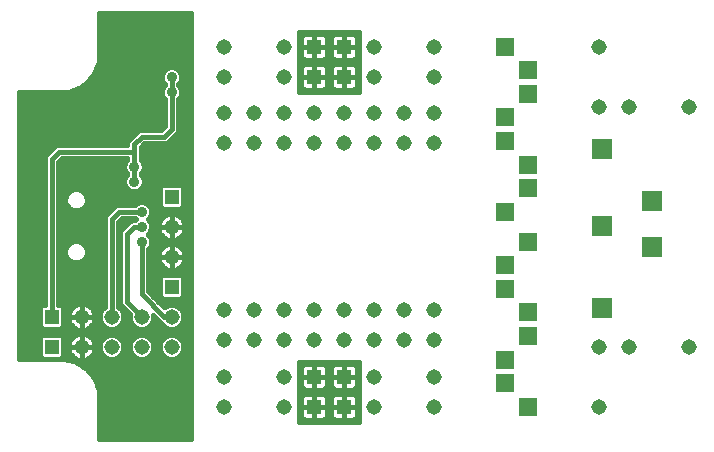
<source format=gbl>
G75*
G70*
%OFA0B0*%
%FSLAX24Y24*%
%IPPOS*%
%LPD*%
%AMOC8*
5,1,8,0,0,1.08239X$1,22.5*
%
%ADD10R,0.0515X0.0515*%
%ADD11C,0.0515*%
%ADD12R,0.0591X0.0591*%
%ADD13R,0.0669X0.0669*%
%ADD14C,0.0160*%
%ADD15C,0.0356*%
D10*
X005644Y006667D03*
X005644Y007667D03*
X009644Y008667D03*
X009644Y011667D03*
X014394Y015667D03*
X015394Y015667D03*
X015394Y016667D03*
X014394Y016667D03*
X014394Y005667D03*
X015394Y005667D03*
X015394Y004667D03*
X014394Y004667D03*
D11*
X013394Y004667D03*
X013394Y005667D03*
X013394Y006879D03*
X012394Y006879D03*
X011394Y006879D03*
X011394Y007879D03*
X012394Y007879D03*
X013394Y007879D03*
X014394Y007879D03*
X015394Y007879D03*
X016394Y007879D03*
X017394Y007879D03*
X018394Y007879D03*
X018394Y006879D03*
X017394Y006879D03*
X016394Y006879D03*
X015394Y006879D03*
X014394Y006879D03*
X016394Y005667D03*
X016394Y004667D03*
X018394Y004667D03*
X018394Y005667D03*
X023894Y006667D03*
X024894Y006667D03*
X026894Y006667D03*
X023894Y004667D03*
X011394Y004667D03*
X011394Y005667D03*
X009644Y006667D03*
X008644Y006667D03*
X007644Y006667D03*
X007644Y007667D03*
X008644Y007667D03*
X009644Y007667D03*
X009644Y009667D03*
X009644Y010667D03*
X011394Y013454D03*
X012394Y013454D03*
X013394Y013454D03*
X014394Y013454D03*
X015394Y013454D03*
X016394Y013454D03*
X017394Y013454D03*
X018394Y013454D03*
X018394Y014454D03*
X017394Y014454D03*
X016394Y014454D03*
X015394Y014454D03*
X014394Y014454D03*
X013394Y014454D03*
X012394Y014454D03*
X011394Y014454D03*
X011394Y015667D03*
X011394Y016667D03*
X013394Y016667D03*
X013394Y015667D03*
X016394Y015667D03*
X016394Y016667D03*
X018394Y016667D03*
X018394Y015667D03*
X023894Y016667D03*
X023894Y014667D03*
X024894Y014667D03*
X026894Y014667D03*
X006644Y007667D03*
X006644Y006667D03*
D12*
X020751Y006236D03*
X020751Y005448D03*
X021538Y004661D03*
X021538Y007023D03*
X021538Y007810D03*
X020751Y008598D03*
X020751Y009385D03*
X021538Y010173D03*
X020751Y011161D03*
X021538Y011948D03*
X021538Y012736D03*
X020751Y013523D03*
X020751Y014310D03*
X021538Y015098D03*
X021538Y015885D03*
X020751Y016673D03*
D13*
X023981Y013259D03*
X025654Y011526D03*
X023981Y010700D03*
X025654Y009981D03*
X023981Y007944D03*
D14*
X007230Y004962D02*
X007230Y003597D01*
X010300Y003597D01*
X010300Y017804D01*
X007230Y017804D01*
X007230Y016439D01*
X007232Y016436D01*
X007230Y016406D01*
X007230Y016376D01*
X007228Y016373D01*
X007220Y016262D01*
X007223Y016256D01*
X007218Y016229D01*
X007216Y016202D01*
X007211Y016198D01*
X007186Y016085D01*
X007189Y016079D01*
X007179Y016053D01*
X007174Y016027D01*
X007168Y016023D01*
X007128Y015915D01*
X007130Y015909D01*
X007116Y015885D01*
X007107Y015859D01*
X007101Y015856D01*
X007046Y015755D01*
X007047Y015749D01*
X007030Y015727D01*
X007017Y015703D01*
X007011Y015701D01*
X006942Y015609D01*
X006942Y015602D01*
X006922Y015583D01*
X006906Y015561D01*
X006899Y015560D01*
X006818Y015479D01*
X006817Y015472D01*
X006795Y015455D01*
X006776Y015436D01*
X006769Y015436D01*
X006677Y015367D01*
X006675Y015361D01*
X006651Y015348D01*
X006629Y015331D01*
X006623Y015332D01*
X006521Y015277D01*
X006519Y015271D01*
X006493Y015262D01*
X006469Y015248D01*
X006463Y015250D01*
X006355Y015210D01*
X006351Y015204D01*
X006324Y015199D01*
X006299Y015189D01*
X006293Y015192D01*
X006180Y015167D01*
X006176Y015162D01*
X006148Y015160D01*
X006122Y015155D01*
X006116Y015158D01*
X006005Y015150D01*
X006002Y015148D01*
X005972Y015148D01*
X005942Y015146D01*
X005939Y015148D01*
X004574Y015148D01*
X004574Y006253D01*
X005939Y006253D01*
X005942Y006255D01*
X005972Y006253D01*
X006002Y006253D01*
X006005Y006250D01*
X006116Y006242D01*
X006122Y006246D01*
X006149Y006240D01*
X006176Y006238D01*
X006180Y006233D01*
X006293Y006209D01*
X006299Y006211D01*
X006324Y006202D01*
X006351Y006196D01*
X006355Y006190D01*
X006463Y006150D01*
X006469Y006152D01*
X006493Y006139D01*
X006519Y006129D01*
X006521Y006123D01*
X006623Y006068D01*
X006629Y006069D01*
X006651Y006053D01*
X006675Y006039D01*
X006677Y006033D01*
X006769Y005964D01*
X006776Y005964D01*
X006795Y005945D01*
X006817Y005928D01*
X006818Y005922D01*
X006899Y005840D01*
X006906Y005839D01*
X006922Y005817D01*
X006942Y005798D01*
X006942Y005792D01*
X007011Y005699D01*
X007017Y005697D01*
X007030Y005673D01*
X007047Y005651D01*
X007046Y005645D01*
X007101Y005544D01*
X007107Y005541D01*
X007116Y005515D01*
X007130Y005491D01*
X007128Y005485D01*
X007168Y005377D01*
X007174Y005374D01*
X007179Y005347D01*
X007189Y005321D01*
X007186Y005315D01*
X007211Y005203D01*
X007216Y005198D01*
X007218Y005171D01*
X007223Y005144D01*
X007220Y005139D01*
X007228Y005027D01*
X007230Y005025D01*
X007230Y004994D01*
X007232Y004964D01*
X007230Y004962D01*
X007230Y005002D02*
X010300Y005002D01*
X010300Y004844D02*
X007230Y004844D01*
X007230Y004685D02*
X010300Y004685D01*
X010300Y004526D02*
X007230Y004526D01*
X007230Y004368D02*
X010300Y004368D01*
X010300Y004209D02*
X007230Y004209D01*
X007230Y004051D02*
X010300Y004051D01*
X010300Y003892D02*
X007230Y003892D01*
X007230Y003734D02*
X010300Y003734D01*
X010300Y005161D02*
X007220Y005161D01*
X007188Y005319D02*
X010300Y005319D01*
X010300Y005478D02*
X007130Y005478D01*
X007050Y005636D02*
X010300Y005636D01*
X010300Y005795D02*
X006942Y005795D01*
X006786Y005953D02*
X010300Y005953D01*
X010300Y006112D02*
X006542Y006112D01*
X006542Y006240D02*
X006610Y006229D01*
X006644Y006229D01*
X006644Y006666D01*
X006644Y006666D01*
X006207Y006666D01*
X006207Y006632D01*
X006218Y006564D01*
X006239Y006499D01*
X006270Y006437D01*
X006311Y006382D01*
X006359Y006333D01*
X006415Y006293D01*
X006476Y006261D01*
X006542Y006240D01*
X006458Y006270D02*
X005961Y006270D01*
X005960Y006269D02*
X006042Y006351D01*
X006042Y006982D01*
X005960Y007064D01*
X005329Y007064D01*
X005247Y006982D01*
X005247Y006351D01*
X005329Y006269D01*
X005960Y006269D01*
X006042Y006429D02*
X006276Y006429D01*
X006214Y006588D02*
X006042Y006588D01*
X006042Y006746D02*
X006214Y006746D01*
X006218Y006769D02*
X006207Y006701D01*
X006207Y006667D01*
X006644Y006667D01*
X006644Y007104D01*
X006610Y007104D01*
X006542Y007093D01*
X006476Y007072D01*
X006415Y007041D01*
X006359Y007000D01*
X006311Y006952D01*
X006270Y006896D01*
X006239Y006835D01*
X006218Y006769D01*
X006276Y006905D02*
X006042Y006905D01*
X005961Y007063D02*
X006459Y007063D01*
X006644Y007063D02*
X006644Y007063D01*
X006644Y007104D02*
X006644Y006667D01*
X006644Y006667D01*
X006644Y006666D01*
X006644Y006229D01*
X006679Y006229D01*
X006747Y006240D01*
X006812Y006261D01*
X006874Y006293D01*
X006929Y006333D01*
X006978Y006382D01*
X007018Y006437D01*
X007050Y006499D01*
X007071Y006564D01*
X007082Y006632D01*
X007082Y006666D01*
X006645Y006666D01*
X006645Y006667D01*
X007082Y006667D01*
X007082Y006701D01*
X007071Y006769D01*
X007050Y006835D01*
X007018Y006896D01*
X006978Y006952D01*
X006929Y007000D01*
X006874Y007041D01*
X006812Y007072D01*
X006747Y007093D01*
X006679Y007104D01*
X006644Y007104D01*
X006644Y007229D02*
X006679Y007229D01*
X006747Y007240D01*
X006812Y007261D01*
X006874Y007293D01*
X006929Y007333D01*
X006978Y007382D01*
X007018Y007437D01*
X007050Y007499D01*
X007071Y007564D01*
X007082Y007632D01*
X007082Y007666D01*
X006645Y007666D01*
X006645Y007667D01*
X007082Y007667D01*
X007082Y007701D01*
X007071Y007769D01*
X007050Y007835D01*
X007018Y007896D01*
X006978Y007952D01*
X006929Y008000D01*
X006874Y008041D01*
X006812Y008072D01*
X006747Y008093D01*
X006679Y008104D01*
X006644Y008104D01*
X006610Y008104D01*
X006542Y008093D01*
X006476Y008072D01*
X006415Y008041D01*
X006359Y008000D01*
X006311Y007952D01*
X006270Y007896D01*
X006239Y007835D01*
X006218Y007769D01*
X006207Y007701D01*
X006207Y007667D01*
X006644Y007667D01*
X006644Y008104D01*
X006644Y007667D01*
X006644Y007667D01*
X006644Y007666D01*
X006644Y007666D01*
X006644Y007229D01*
X006610Y007229D01*
X006542Y007240D01*
X006476Y007261D01*
X006415Y007293D01*
X006359Y007333D01*
X006311Y007382D01*
X006270Y007437D01*
X006239Y007499D01*
X006218Y007564D01*
X006207Y007632D01*
X006207Y007666D01*
X006644Y007666D01*
X006644Y007229D01*
X006644Y007380D02*
X006644Y007380D01*
X006644Y007539D02*
X006644Y007539D01*
X006644Y007697D02*
X006644Y007697D01*
X006644Y007856D02*
X006644Y007856D01*
X006644Y008014D02*
X006644Y008014D01*
X006379Y008014D02*
X006009Y008014D01*
X006042Y007982D02*
X005960Y008064D01*
X005864Y008064D01*
X005864Y012826D01*
X005985Y012947D01*
X008174Y012947D01*
X008174Y012897D01*
X008125Y012847D01*
X008076Y012730D01*
X008076Y012603D01*
X008125Y012486D01*
X008174Y012437D01*
X008174Y012397D01*
X008125Y012347D01*
X008076Y012230D01*
X008076Y012103D01*
X008125Y011986D01*
X008214Y011897D01*
X008331Y011849D01*
X008458Y011849D01*
X008574Y011897D01*
X008664Y011986D01*
X008712Y012103D01*
X008712Y012230D01*
X008664Y012347D01*
X008614Y012397D01*
X008614Y012437D01*
X008664Y012486D01*
X008712Y012603D01*
X008712Y012730D01*
X008664Y012847D01*
X008614Y012897D01*
X008614Y013076D01*
X008614Y013326D01*
X008735Y013447D01*
X009303Y013447D01*
X009485Y013447D01*
X009735Y013697D01*
X009864Y013826D01*
X009864Y014937D01*
X009914Y014986D01*
X009962Y015103D01*
X009962Y015230D01*
X009914Y015347D01*
X009864Y015397D01*
X009864Y015437D01*
X009914Y015486D01*
X009962Y015603D01*
X009962Y015730D01*
X009914Y015847D01*
X009824Y015936D01*
X009708Y015985D01*
X009581Y015985D01*
X009464Y015936D01*
X009375Y015847D01*
X009326Y015730D01*
X009326Y015603D01*
X009375Y015486D01*
X009424Y015437D01*
X009424Y015397D01*
X009375Y015347D01*
X009326Y015230D01*
X009326Y015103D01*
X009375Y014986D01*
X009424Y014937D01*
X009424Y014008D01*
X009303Y013887D01*
X008553Y013887D01*
X008424Y013758D01*
X008424Y013758D01*
X008303Y013637D01*
X008174Y013508D01*
X008174Y013387D01*
X005803Y013387D01*
X005674Y013258D01*
X005424Y013008D01*
X005424Y012826D01*
X005424Y008064D01*
X005329Y008064D01*
X005247Y007982D01*
X005247Y007351D01*
X005329Y007269D01*
X005960Y007269D01*
X006042Y007351D01*
X006042Y007982D01*
X006042Y007856D02*
X006250Y007856D01*
X006207Y007697D02*
X006042Y007697D01*
X006042Y007539D02*
X006226Y007539D01*
X006312Y007380D02*
X006042Y007380D01*
X005644Y007667D02*
X005644Y012917D01*
X005894Y013167D01*
X008394Y013167D01*
X008394Y013417D01*
X008644Y013667D01*
X009394Y013667D01*
X009644Y013917D01*
X009644Y015167D01*
X009644Y015667D01*
X009348Y015783D02*
X007061Y015783D01*
X007138Y015942D02*
X009477Y015942D01*
X009326Y015625D02*
X006954Y015625D01*
X006809Y015466D02*
X009395Y015466D01*
X009358Y015307D02*
X006577Y015307D01*
X006003Y015149D02*
X009326Y015149D01*
X009373Y014990D02*
X004574Y014990D01*
X004574Y014832D02*
X009424Y014832D01*
X009424Y014673D02*
X004574Y014673D01*
X004574Y014515D02*
X009424Y014515D01*
X009424Y014356D02*
X004574Y014356D01*
X004574Y014198D02*
X009424Y014198D01*
X009424Y014039D02*
X004574Y014039D01*
X004574Y013881D02*
X008547Y013881D01*
X008389Y013722D02*
X004574Y013722D01*
X004574Y013563D02*
X008230Y013563D01*
X008303Y013637D02*
X008303Y013637D01*
X008174Y013405D02*
X004574Y013405D01*
X004574Y013246D02*
X005663Y013246D01*
X005504Y013088D02*
X004574Y013088D01*
X004574Y012929D02*
X005424Y012929D01*
X005424Y012771D02*
X004574Y012771D01*
X004574Y012612D02*
X005424Y012612D01*
X005424Y012454D02*
X004574Y012454D01*
X004574Y012295D02*
X005424Y012295D01*
X005424Y012137D02*
X004574Y012137D01*
X004574Y011978D02*
X005424Y011978D01*
X005424Y011819D02*
X004574Y011819D01*
X004574Y011661D02*
X005424Y011661D01*
X005424Y011502D02*
X004574Y011502D01*
X004574Y011344D02*
X005424Y011344D01*
X005424Y011185D02*
X004574Y011185D01*
X004574Y011027D02*
X005424Y011027D01*
X005424Y010868D02*
X004574Y010868D01*
X004574Y010710D02*
X005424Y010710D01*
X005424Y010551D02*
X004574Y010551D01*
X004574Y010393D02*
X005424Y010393D01*
X005424Y010234D02*
X004574Y010234D01*
X004574Y010076D02*
X005424Y010076D01*
X005424Y009917D02*
X004574Y009917D01*
X004574Y009758D02*
X005424Y009758D01*
X005424Y009600D02*
X004574Y009600D01*
X004574Y009441D02*
X005424Y009441D01*
X005424Y009283D02*
X004574Y009283D01*
X004574Y009124D02*
X005424Y009124D01*
X005424Y008966D02*
X004574Y008966D01*
X004574Y008807D02*
X005424Y008807D01*
X005424Y008649D02*
X004574Y008649D01*
X004574Y008490D02*
X005424Y008490D01*
X005424Y008332D02*
X004574Y008332D01*
X004574Y008173D02*
X005424Y008173D01*
X005279Y008014D02*
X004574Y008014D01*
X004574Y007856D02*
X005247Y007856D01*
X005247Y007697D02*
X004574Y007697D01*
X004574Y007539D02*
X005247Y007539D01*
X005247Y007380D02*
X004574Y007380D01*
X004574Y007222D02*
X010300Y007222D01*
X010300Y007380D02*
X009920Y007380D01*
X009869Y007330D02*
X009981Y007442D01*
X010042Y007588D01*
X010042Y007746D01*
X009981Y007892D01*
X009869Y008004D01*
X009723Y008064D01*
X009565Y008064D01*
X009419Y008004D01*
X009394Y007978D01*
X008864Y008508D01*
X008864Y009937D01*
X008914Y009986D01*
X008962Y010103D01*
X008962Y010230D01*
X008914Y010347D01*
X008844Y010417D01*
X008914Y010486D01*
X008962Y010603D01*
X008962Y010730D01*
X008914Y010847D01*
X008844Y010917D01*
X008914Y010986D01*
X008962Y011103D01*
X008962Y011230D01*
X008914Y011347D01*
X008824Y011436D01*
X008708Y011485D01*
X008581Y011485D01*
X008464Y011436D01*
X008414Y011387D01*
X007803Y011387D01*
X007674Y011258D01*
X007424Y011008D01*
X007424Y010826D01*
X007424Y008006D01*
X007419Y008004D01*
X007307Y007892D01*
X007247Y007746D01*
X007247Y007588D01*
X007307Y007442D01*
X007419Y007330D01*
X007565Y007269D01*
X007723Y007269D01*
X007869Y007330D01*
X007981Y007442D01*
X008042Y007588D01*
X008042Y007746D01*
X007981Y007892D01*
X007869Y008004D01*
X007864Y008006D01*
X007864Y010826D01*
X007985Y010947D01*
X008414Y010947D01*
X008444Y010917D01*
X008414Y010887D01*
X008303Y010887D01*
X008174Y010758D01*
X007924Y010508D01*
X007924Y010326D01*
X007924Y008076D01*
X008053Y007947D01*
X008249Y007751D01*
X008247Y007746D01*
X008247Y007588D01*
X008307Y007442D01*
X008419Y007330D01*
X008565Y007269D01*
X008723Y007269D01*
X008869Y007330D01*
X008981Y007442D01*
X009042Y007588D01*
X009042Y007708D01*
X009174Y007576D01*
X009303Y007447D01*
X009305Y007447D01*
X009307Y007442D01*
X009419Y007330D01*
X009565Y007269D01*
X009723Y007269D01*
X009869Y007330D01*
X010022Y007539D02*
X010300Y007539D01*
X010300Y007697D02*
X010042Y007697D01*
X009996Y007856D02*
X010300Y007856D01*
X010300Y008014D02*
X009843Y008014D01*
X009960Y008269D02*
X010042Y008351D01*
X010042Y008982D01*
X009960Y009064D01*
X009329Y009064D01*
X009247Y008982D01*
X009247Y008351D01*
X009329Y008269D01*
X009960Y008269D01*
X010022Y008332D02*
X010300Y008332D01*
X010300Y008490D02*
X010042Y008490D01*
X010042Y008649D02*
X010300Y008649D01*
X010300Y008807D02*
X010042Y008807D01*
X010042Y008966D02*
X010300Y008966D01*
X010300Y009124D02*
X008864Y009124D01*
X008864Y008966D02*
X009247Y008966D01*
X009247Y008807D02*
X008864Y008807D01*
X008864Y008649D02*
X009247Y008649D01*
X009247Y008490D02*
X008882Y008490D01*
X009041Y008332D02*
X009266Y008332D01*
X009199Y008173D02*
X010300Y008173D01*
X009644Y007667D02*
X009394Y007667D01*
X008644Y008417D01*
X008644Y010167D01*
X008868Y010393D02*
X009303Y010393D01*
X009311Y010382D02*
X009359Y010333D01*
X009415Y010293D01*
X009476Y010261D01*
X009542Y010240D01*
X009610Y010229D01*
X009644Y010229D01*
X009644Y010666D01*
X009644Y010666D01*
X009207Y010666D01*
X009207Y010632D01*
X009218Y010564D01*
X009239Y010499D01*
X009270Y010437D01*
X009311Y010382D01*
X009222Y010551D02*
X008941Y010551D01*
X008962Y010710D02*
X009208Y010710D01*
X009207Y010701D02*
X009218Y010769D01*
X009239Y010835D01*
X009270Y010896D01*
X009311Y010952D01*
X009359Y011000D01*
X009415Y011041D01*
X009476Y011072D01*
X009542Y011093D01*
X009610Y011104D01*
X009644Y011104D01*
X009644Y010667D01*
X009644Y010667D01*
X009644Y010666D01*
X009644Y010229D01*
X009679Y010229D01*
X009747Y010240D01*
X009812Y010261D01*
X009874Y010293D01*
X009929Y010333D01*
X009978Y010382D01*
X010018Y010437D01*
X010050Y010499D01*
X010071Y010564D01*
X010082Y010632D01*
X010082Y010666D01*
X009645Y010666D01*
X009645Y010667D01*
X010082Y010667D01*
X010082Y010701D01*
X010071Y010769D01*
X010050Y010835D01*
X010018Y010896D01*
X009978Y010952D01*
X009929Y011000D01*
X009874Y011041D01*
X009812Y011072D01*
X009747Y011093D01*
X009679Y011104D01*
X009644Y011104D01*
X009644Y010667D01*
X009207Y010667D01*
X009207Y010701D01*
X009256Y010868D02*
X008893Y010868D01*
X008931Y011027D02*
X009396Y011027D01*
X009644Y011027D02*
X009644Y011027D01*
X009644Y010868D02*
X009644Y010868D01*
X009644Y010710D02*
X009644Y010710D01*
X009644Y010551D02*
X009644Y010551D01*
X009644Y010393D02*
X009644Y010393D01*
X009644Y010234D02*
X009644Y010234D01*
X009579Y010234D02*
X008961Y010234D01*
X008951Y010076D02*
X009487Y010076D01*
X009476Y010072D02*
X009415Y010041D01*
X009359Y010000D01*
X009311Y009952D01*
X009270Y009896D01*
X009239Y009835D01*
X009218Y009769D01*
X009207Y009701D01*
X009207Y009667D01*
X009644Y009667D01*
X009644Y010104D01*
X009610Y010104D01*
X009542Y010093D01*
X009476Y010072D01*
X009644Y010076D02*
X009644Y010076D01*
X009644Y010104D02*
X009644Y009667D01*
X009644Y009667D01*
X009644Y009666D01*
X009644Y009666D01*
X009644Y009229D01*
X009610Y009229D01*
X009542Y009240D01*
X009476Y009261D01*
X009415Y009293D01*
X009359Y009333D01*
X009311Y009382D01*
X009270Y009437D01*
X009239Y009499D01*
X009218Y009564D01*
X009207Y009632D01*
X009207Y009666D01*
X009644Y009666D01*
X009644Y009229D01*
X009679Y009229D01*
X009747Y009240D01*
X009812Y009261D01*
X009874Y009293D01*
X009929Y009333D01*
X009978Y009382D01*
X010018Y009437D01*
X010050Y009499D01*
X010071Y009564D01*
X010082Y009632D01*
X010082Y009666D01*
X009645Y009666D01*
X009645Y009667D01*
X010082Y009667D01*
X010082Y009701D01*
X010071Y009769D01*
X010050Y009835D01*
X010018Y009896D01*
X009978Y009952D01*
X009929Y010000D01*
X009874Y010041D01*
X009812Y010072D01*
X009747Y010093D01*
X009679Y010104D01*
X009644Y010104D01*
X009709Y010234D02*
X010300Y010234D01*
X010300Y010076D02*
X009802Y010076D01*
X009644Y009917D02*
X009644Y009917D01*
X009644Y009758D02*
X009644Y009758D01*
X009644Y009600D02*
X009644Y009600D01*
X009644Y009441D02*
X009644Y009441D01*
X009644Y009283D02*
X009644Y009283D01*
X009434Y009283D02*
X008864Y009283D01*
X008864Y009441D02*
X009268Y009441D01*
X009212Y009600D02*
X008864Y009600D01*
X008864Y009758D02*
X009216Y009758D01*
X009285Y009917D02*
X008864Y009917D01*
X008644Y010667D02*
X008394Y010667D01*
X008144Y010417D01*
X008144Y008167D01*
X008644Y007667D01*
X008369Y007380D02*
X007920Y007380D01*
X008022Y007539D02*
X008267Y007539D01*
X008247Y007697D02*
X008042Y007697D01*
X007996Y007856D02*
X008144Y007856D01*
X007985Y008014D02*
X007864Y008014D01*
X007864Y008173D02*
X007924Y008173D01*
X007924Y008332D02*
X007864Y008332D01*
X007864Y008490D02*
X007924Y008490D01*
X007924Y008649D02*
X007864Y008649D01*
X007864Y008807D02*
X007924Y008807D01*
X007924Y008966D02*
X007864Y008966D01*
X007864Y009124D02*
X007924Y009124D01*
X007924Y009283D02*
X007864Y009283D01*
X007864Y009441D02*
X007924Y009441D01*
X007924Y009600D02*
X007864Y009600D01*
X007864Y009758D02*
X007924Y009758D01*
X007924Y009917D02*
X007864Y009917D01*
X007864Y010076D02*
X007924Y010076D01*
X007924Y010234D02*
X007864Y010234D01*
X007864Y010393D02*
X007924Y010393D01*
X007968Y010551D02*
X007864Y010551D01*
X007864Y010710D02*
X008126Y010710D01*
X008285Y010868D02*
X007907Y010868D01*
X007644Y010917D02*
X007894Y011167D01*
X008644Y011167D01*
X008962Y011185D02*
X010300Y011185D01*
X010300Y011027D02*
X009893Y011027D01*
X010033Y010868D02*
X010300Y010868D01*
X010300Y010710D02*
X010080Y010710D01*
X010067Y010551D02*
X010300Y010551D01*
X010300Y010393D02*
X009986Y010393D01*
X010003Y009917D02*
X010300Y009917D01*
X010300Y009758D02*
X010073Y009758D01*
X010077Y009600D02*
X010300Y009600D01*
X010300Y009441D02*
X010020Y009441D01*
X009854Y009283D02*
X010300Y009283D01*
X009445Y008014D02*
X009358Y008014D01*
X009053Y007697D02*
X009042Y007697D01*
X009022Y007539D02*
X009211Y007539D01*
X009369Y007380D02*
X008920Y007380D01*
X008726Y007063D02*
X009563Y007063D01*
X009565Y007064D02*
X009419Y007004D01*
X009307Y006892D01*
X009247Y006746D01*
X009042Y006746D01*
X008981Y006892D01*
X008869Y007004D01*
X008723Y007064D01*
X008565Y007064D01*
X008419Y007004D01*
X008307Y006892D01*
X008247Y006746D01*
X008042Y006746D01*
X007981Y006892D01*
X007869Y007004D01*
X007723Y007064D01*
X007565Y007064D01*
X007419Y007004D01*
X007307Y006892D01*
X007247Y006746D01*
X007075Y006746D01*
X007075Y006588D02*
X007247Y006588D01*
X007307Y006442D01*
X007419Y006330D01*
X007565Y006269D01*
X007723Y006269D01*
X007869Y006330D01*
X007981Y006442D01*
X008042Y006588D01*
X008042Y006746D01*
X008042Y006588D02*
X008247Y006588D01*
X008307Y006442D01*
X008419Y006330D01*
X008565Y006269D01*
X008723Y006269D01*
X008869Y006330D01*
X008981Y006442D01*
X009042Y006588D01*
X009042Y006746D01*
X009042Y006588D02*
X009247Y006588D01*
X009307Y006442D01*
X009419Y006330D01*
X009565Y006269D01*
X009723Y006269D01*
X009869Y006330D01*
X009981Y006442D01*
X010042Y006588D01*
X010042Y006746D01*
X009981Y006892D01*
X009869Y007004D01*
X009723Y007064D01*
X009565Y007064D01*
X009726Y007063D02*
X010300Y007063D01*
X010300Y006905D02*
X009968Y006905D01*
X010042Y006746D02*
X010300Y006746D01*
X010300Y006588D02*
X010042Y006588D01*
X009969Y006429D02*
X010300Y006429D01*
X010300Y006270D02*
X009726Y006270D01*
X009562Y006270D02*
X008726Y006270D01*
X008562Y006270D02*
X007726Y006270D01*
X007562Y006270D02*
X006830Y006270D01*
X006644Y006270D02*
X006644Y006270D01*
X006644Y006429D02*
X006644Y006429D01*
X006644Y006588D02*
X006644Y006588D01*
X006644Y006746D02*
X006644Y006746D01*
X006644Y006905D02*
X006644Y006905D01*
X006830Y007063D02*
X007563Y007063D01*
X007726Y007063D02*
X008563Y007063D01*
X008320Y006905D02*
X007968Y006905D01*
X008247Y006746D02*
X008247Y006588D01*
X008320Y006429D02*
X007969Y006429D01*
X007320Y006429D02*
X007012Y006429D01*
X007247Y006588D02*
X007247Y006746D01*
X007320Y006905D02*
X007012Y006905D01*
X006977Y007380D02*
X007369Y007380D01*
X007267Y007539D02*
X007063Y007539D01*
X007082Y007697D02*
X007247Y007697D01*
X007293Y007856D02*
X007039Y007856D01*
X006910Y008014D02*
X007424Y008014D01*
X007424Y008173D02*
X005864Y008173D01*
X005864Y008332D02*
X007424Y008332D01*
X007424Y008490D02*
X005864Y008490D01*
X005864Y008649D02*
X007424Y008649D01*
X007424Y008807D02*
X005864Y008807D01*
X005864Y008966D02*
X007424Y008966D01*
X007424Y009124D02*
X005864Y009124D01*
X005864Y009283D02*
X007424Y009283D01*
X007424Y009441D02*
X005864Y009441D01*
X005864Y009600D02*
X006190Y009600D01*
X006158Y009632D02*
X006259Y009531D01*
X006390Y009477D01*
X006532Y009477D01*
X006664Y009531D01*
X006764Y009632D01*
X006818Y009763D01*
X006818Y009905D01*
X006764Y010036D01*
X006664Y010137D01*
X006532Y010191D01*
X006390Y010191D01*
X006259Y010137D01*
X006158Y010036D01*
X006104Y009905D01*
X006104Y009763D01*
X006158Y009632D01*
X006106Y009758D02*
X005864Y009758D01*
X005864Y009917D02*
X006109Y009917D01*
X006198Y010076D02*
X005864Y010076D01*
X005864Y010234D02*
X007424Y010234D01*
X007424Y010076D02*
X006725Y010076D01*
X006813Y009917D02*
X007424Y009917D01*
X007424Y009758D02*
X006816Y009758D01*
X006732Y009600D02*
X007424Y009600D01*
X007424Y010393D02*
X005864Y010393D01*
X005864Y010551D02*
X007424Y010551D01*
X007424Y010710D02*
X005864Y010710D01*
X005864Y010868D02*
X007424Y010868D01*
X007443Y011027D02*
X005864Y011027D01*
X005864Y011185D02*
X007602Y011185D01*
X007760Y011344D02*
X006744Y011344D01*
X006764Y011364D02*
X006818Y011495D01*
X006818Y011637D01*
X006764Y011769D01*
X006664Y011869D01*
X006532Y011923D01*
X006390Y011923D01*
X006259Y011869D01*
X006158Y011769D01*
X006104Y011637D01*
X006104Y011495D01*
X006158Y011364D01*
X006259Y011264D01*
X006390Y011209D01*
X006532Y011209D01*
X006664Y011264D01*
X006764Y011364D01*
X006818Y011502D02*
X009247Y011502D01*
X009247Y011351D02*
X009329Y011269D01*
X009960Y011269D01*
X010042Y011351D01*
X010042Y011982D01*
X009960Y012064D01*
X009329Y012064D01*
X009247Y011982D01*
X009247Y011351D01*
X009254Y011344D02*
X008915Y011344D01*
X009247Y011661D02*
X006809Y011661D01*
X006713Y011819D02*
X009247Y011819D01*
X009247Y011978D02*
X008656Y011978D01*
X008712Y012137D02*
X010300Y012137D01*
X010300Y012295D02*
X008685Y012295D01*
X008631Y012454D02*
X010300Y012454D01*
X010300Y012612D02*
X008712Y012612D01*
X008696Y012771D02*
X010300Y012771D01*
X010300Y012929D02*
X008614Y012929D01*
X008614Y013088D02*
X010300Y013088D01*
X010300Y013246D02*
X008614Y013246D01*
X008694Y013405D02*
X010300Y013405D01*
X010300Y013563D02*
X009602Y013563D01*
X009761Y013722D02*
X010300Y013722D01*
X010300Y013881D02*
X009864Y013881D01*
X009864Y014039D02*
X010300Y014039D01*
X010300Y014198D02*
X009864Y014198D01*
X009864Y014356D02*
X010300Y014356D01*
X010300Y014515D02*
X009864Y014515D01*
X009864Y014673D02*
X010300Y014673D01*
X010300Y014832D02*
X009864Y014832D01*
X009916Y014990D02*
X010300Y014990D01*
X010300Y015149D02*
X009962Y015149D01*
X009930Y015307D02*
X010300Y015307D01*
X010300Y015466D02*
X009893Y015466D01*
X009962Y015625D02*
X010300Y015625D01*
X010300Y015783D02*
X009940Y015783D01*
X009812Y015942D02*
X010300Y015942D01*
X010300Y016100D02*
X007189Y016100D01*
X007222Y016259D02*
X010300Y016259D01*
X010300Y016417D02*
X007231Y016417D01*
X007230Y016576D02*
X010300Y016576D01*
X010300Y016734D02*
X007230Y016734D01*
X007230Y016893D02*
X010300Y016893D01*
X010300Y017051D02*
X007230Y017051D01*
X007230Y017210D02*
X010300Y017210D01*
X010300Y017369D02*
X007230Y017369D01*
X007230Y017527D02*
X010300Y017527D01*
X010300Y017686D02*
X007230Y017686D01*
X013894Y017167D02*
X013894Y015167D01*
X015894Y015167D01*
X015894Y017167D01*
X013894Y017167D01*
X013894Y017051D02*
X014010Y017051D01*
X013993Y017035D02*
X013969Y016994D01*
X013957Y016948D01*
X013957Y016667D01*
X014394Y016667D01*
X014394Y017104D01*
X014113Y017104D01*
X014067Y017092D01*
X014026Y017068D01*
X013993Y017035D01*
X013957Y016893D02*
X013894Y016893D01*
X013894Y016734D02*
X013957Y016734D01*
X013957Y016666D02*
X013957Y016385D01*
X013969Y016340D01*
X013993Y016299D01*
X014026Y016265D01*
X014067Y016241D01*
X014113Y016229D01*
X014394Y016229D01*
X014394Y016666D01*
X014394Y016666D01*
X013957Y016666D01*
X013957Y016576D02*
X013894Y016576D01*
X013894Y016417D02*
X013957Y016417D01*
X013894Y016259D02*
X014037Y016259D01*
X014067Y016092D02*
X014026Y016068D01*
X013993Y016035D01*
X013969Y015994D01*
X013957Y015948D01*
X013957Y015667D01*
X014394Y015667D01*
X014394Y016104D01*
X014113Y016104D01*
X014067Y016092D01*
X014098Y016100D02*
X013894Y016100D01*
X013894Y015942D02*
X013957Y015942D01*
X013957Y015783D02*
X013894Y015783D01*
X013957Y015666D02*
X013957Y015385D01*
X013969Y015340D01*
X013993Y015299D01*
X014026Y015265D01*
X014067Y015241D01*
X014113Y015229D01*
X014394Y015229D01*
X014394Y015666D01*
X014394Y015666D01*
X013957Y015666D01*
X013957Y015625D02*
X013894Y015625D01*
X013894Y015466D02*
X013957Y015466D01*
X013988Y015307D02*
X013894Y015307D01*
X014394Y015307D02*
X014394Y015307D01*
X014394Y015229D02*
X014676Y015229D01*
X014721Y015241D01*
X014762Y015265D01*
X014796Y015299D01*
X014819Y015340D01*
X014832Y015385D01*
X014832Y015666D01*
X014395Y015666D01*
X014395Y015667D01*
X014832Y015667D01*
X014832Y015948D01*
X014819Y015994D01*
X014796Y016035D01*
X014762Y016068D01*
X014721Y016092D01*
X014676Y016104D01*
X014394Y016104D01*
X014394Y015667D01*
X014394Y015667D01*
X014394Y015666D01*
X014394Y015229D01*
X014394Y015466D02*
X014394Y015466D01*
X014394Y015625D02*
X014394Y015625D01*
X014394Y015783D02*
X014394Y015783D01*
X014394Y015942D02*
X014394Y015942D01*
X014394Y016100D02*
X014394Y016100D01*
X014394Y016229D02*
X014676Y016229D01*
X014721Y016241D01*
X014762Y016265D01*
X014796Y016299D01*
X014819Y016340D01*
X014832Y016385D01*
X014832Y016666D01*
X014395Y016666D01*
X014395Y016667D01*
X014832Y016667D01*
X014832Y016948D01*
X014819Y016994D01*
X014796Y017035D01*
X014762Y017068D01*
X014721Y017092D01*
X014676Y017104D01*
X014394Y017104D01*
X014394Y016667D01*
X014394Y016667D01*
X014394Y016666D01*
X014394Y016229D01*
X014394Y016259D02*
X014394Y016259D01*
X014394Y016417D02*
X014394Y016417D01*
X014394Y016576D02*
X014394Y016576D01*
X014394Y016734D02*
X014394Y016734D01*
X014394Y016893D02*
X014394Y016893D01*
X014394Y017051D02*
X014394Y017051D01*
X014779Y017051D02*
X015010Y017051D01*
X014993Y017035D02*
X014969Y016994D01*
X014957Y016948D01*
X014957Y016667D01*
X015394Y016667D01*
X015394Y017104D01*
X015113Y017104D01*
X015067Y017092D01*
X015026Y017068D01*
X014993Y017035D01*
X014957Y016893D02*
X014832Y016893D01*
X014832Y016734D02*
X014957Y016734D01*
X014957Y016666D02*
X014957Y016385D01*
X014969Y016340D01*
X014993Y016299D01*
X015026Y016265D01*
X015067Y016241D01*
X015113Y016229D01*
X015394Y016229D01*
X015394Y016666D01*
X015394Y016666D01*
X014957Y016666D01*
X014957Y016576D02*
X014832Y016576D01*
X014832Y016417D02*
X014957Y016417D01*
X015037Y016259D02*
X014751Y016259D01*
X014690Y016100D02*
X015098Y016100D01*
X015113Y016104D02*
X015067Y016092D01*
X015026Y016068D01*
X014993Y016035D01*
X014969Y015994D01*
X014957Y015948D01*
X014957Y015667D01*
X015394Y015667D01*
X015394Y016104D01*
X015113Y016104D01*
X014957Y015942D02*
X014832Y015942D01*
X014832Y015783D02*
X014957Y015783D01*
X014957Y015666D02*
X014957Y015385D01*
X014969Y015340D01*
X014993Y015299D01*
X015026Y015265D01*
X015067Y015241D01*
X015113Y015229D01*
X015394Y015229D01*
X015394Y015666D01*
X015394Y015666D01*
X014957Y015666D01*
X014957Y015625D02*
X014832Y015625D01*
X014832Y015466D02*
X014957Y015466D01*
X014988Y015307D02*
X014801Y015307D01*
X015394Y015307D02*
X015394Y015307D01*
X015394Y015229D02*
X015676Y015229D01*
X015721Y015241D01*
X015762Y015265D01*
X015796Y015299D01*
X015819Y015340D01*
X015832Y015385D01*
X015832Y015666D01*
X015395Y015666D01*
X015395Y015667D01*
X015832Y015667D01*
X015832Y015948D01*
X015819Y015994D01*
X015796Y016035D01*
X015762Y016068D01*
X015721Y016092D01*
X015676Y016104D01*
X015394Y016104D01*
X015394Y015667D01*
X015394Y015667D01*
X015394Y015666D01*
X015394Y015229D01*
X015394Y015466D02*
X015394Y015466D01*
X015394Y015625D02*
X015394Y015625D01*
X015394Y015783D02*
X015394Y015783D01*
X015394Y015942D02*
X015394Y015942D01*
X015394Y016100D02*
X015394Y016100D01*
X015394Y016229D02*
X015676Y016229D01*
X015721Y016241D01*
X015762Y016265D01*
X015796Y016299D01*
X015819Y016340D01*
X015832Y016385D01*
X015832Y016666D01*
X015395Y016666D01*
X015395Y016667D01*
X015832Y016667D01*
X015832Y016948D01*
X015819Y016994D01*
X015796Y017035D01*
X015762Y017068D01*
X015721Y017092D01*
X015676Y017104D01*
X015394Y017104D01*
X015394Y016667D01*
X015394Y016667D01*
X015394Y016666D01*
X015394Y016229D01*
X015394Y016259D02*
X015394Y016259D01*
X015394Y016417D02*
X015394Y016417D01*
X015394Y016576D02*
X015394Y016576D01*
X015394Y016734D02*
X015394Y016734D01*
X015394Y016893D02*
X015394Y016893D01*
X015394Y017051D02*
X015394Y017051D01*
X015779Y017051D02*
X015894Y017051D01*
X015894Y016893D02*
X015832Y016893D01*
X015832Y016734D02*
X015894Y016734D01*
X015894Y016576D02*
X015832Y016576D01*
X015832Y016417D02*
X015894Y016417D01*
X015894Y016259D02*
X015751Y016259D01*
X015690Y016100D02*
X015894Y016100D01*
X015894Y015942D02*
X015832Y015942D01*
X015832Y015783D02*
X015894Y015783D01*
X015894Y015625D02*
X015832Y015625D01*
X015832Y015466D02*
X015894Y015466D01*
X015894Y015307D02*
X015801Y015307D01*
X010300Y011978D02*
X010042Y011978D01*
X010042Y011819D02*
X010300Y011819D01*
X010300Y011661D02*
X010042Y011661D01*
X010042Y011502D02*
X010300Y011502D01*
X010300Y011344D02*
X010034Y011344D01*
X008394Y012167D02*
X008394Y012667D01*
X008394Y013167D01*
X008174Y012929D02*
X005968Y012929D01*
X005864Y012771D02*
X008093Y012771D01*
X008076Y012612D02*
X005864Y012612D01*
X005864Y012454D02*
X008157Y012454D01*
X008103Y012295D02*
X005864Y012295D01*
X005864Y012137D02*
X008076Y012137D01*
X008133Y011978D02*
X005864Y011978D01*
X005864Y011819D02*
X006209Y011819D01*
X006114Y011661D02*
X005864Y011661D01*
X005864Y011502D02*
X006104Y011502D01*
X006179Y011344D02*
X005864Y011344D01*
X007644Y010917D02*
X007644Y007667D01*
X008968Y006905D02*
X009320Y006905D01*
X009247Y006746D02*
X009247Y006588D01*
X009320Y006429D02*
X008969Y006429D01*
X005328Y006270D02*
X004574Y006270D01*
X004574Y006429D02*
X005247Y006429D01*
X005247Y006588D02*
X004574Y006588D01*
X004574Y006746D02*
X005247Y006746D01*
X005247Y006905D02*
X004574Y006905D01*
X004574Y007063D02*
X005328Y007063D01*
X013894Y006167D02*
X013894Y004167D01*
X015894Y004167D01*
X015894Y006167D01*
X013894Y006167D01*
X013894Y006112D02*
X015894Y006112D01*
X015796Y006035D02*
X015762Y006068D01*
X015721Y006092D01*
X015676Y006104D01*
X015394Y006104D01*
X015113Y006104D01*
X015067Y006092D01*
X015026Y006068D01*
X014993Y006035D01*
X014969Y005994D01*
X014957Y005948D01*
X014957Y005667D01*
X015394Y005667D01*
X015394Y006104D01*
X015394Y005667D01*
X015394Y005667D01*
X015394Y005666D01*
X015394Y005666D01*
X015394Y005229D01*
X015113Y005229D01*
X015067Y005241D01*
X015026Y005265D01*
X014993Y005299D01*
X014969Y005340D01*
X014957Y005385D01*
X014957Y005666D01*
X015394Y005666D01*
X015394Y005229D01*
X015676Y005229D01*
X015721Y005241D01*
X015762Y005265D01*
X015796Y005299D01*
X015819Y005340D01*
X015832Y005385D01*
X015832Y005666D01*
X015395Y005666D01*
X015395Y005667D01*
X015832Y005667D01*
X015832Y005948D01*
X015819Y005994D01*
X015796Y006035D01*
X015830Y005953D02*
X015894Y005953D01*
X015894Y005795D02*
X015832Y005795D01*
X015832Y005636D02*
X015894Y005636D01*
X015894Y005478D02*
X015832Y005478D01*
X015808Y005319D02*
X015894Y005319D01*
X015894Y005161D02*
X013894Y005161D01*
X013894Y005319D02*
X013981Y005319D01*
X013993Y005299D02*
X014026Y005265D01*
X014067Y005241D01*
X014113Y005229D01*
X014394Y005229D01*
X014394Y005666D01*
X014394Y005666D01*
X013957Y005666D01*
X013957Y005385D01*
X013969Y005340D01*
X013993Y005299D01*
X013957Y005478D02*
X013894Y005478D01*
X013894Y005636D02*
X013957Y005636D01*
X013957Y005667D02*
X014394Y005667D01*
X014394Y006104D01*
X014113Y006104D01*
X014067Y006092D01*
X014026Y006068D01*
X013993Y006035D01*
X013969Y005994D01*
X013957Y005948D01*
X013957Y005667D01*
X013957Y005795D02*
X013894Y005795D01*
X013894Y005953D02*
X013958Y005953D01*
X014394Y005953D02*
X014394Y005953D01*
X014394Y006104D02*
X014394Y005667D01*
X014394Y005667D01*
X014394Y005666D01*
X014394Y005229D01*
X014676Y005229D01*
X014721Y005241D01*
X014762Y005265D01*
X014796Y005299D01*
X014819Y005340D01*
X014832Y005385D01*
X014832Y005666D01*
X014395Y005666D01*
X014395Y005667D01*
X014832Y005667D01*
X014832Y005948D01*
X014819Y005994D01*
X014796Y006035D01*
X014762Y006068D01*
X014721Y006092D01*
X014676Y006104D01*
X014394Y006104D01*
X014830Y005953D02*
X014958Y005953D01*
X014957Y005795D02*
X014832Y005795D01*
X014832Y005636D02*
X014957Y005636D01*
X014957Y005478D02*
X014832Y005478D01*
X014808Y005319D02*
X014981Y005319D01*
X015067Y005092D02*
X015026Y005068D01*
X014993Y005035D01*
X014969Y004994D01*
X014957Y004948D01*
X014957Y004667D01*
X015394Y004667D01*
X015394Y005104D01*
X015113Y005104D01*
X015067Y005092D01*
X014974Y005002D02*
X014815Y005002D01*
X014819Y004994D02*
X014796Y005035D01*
X014762Y005068D01*
X014721Y005092D01*
X014676Y005104D01*
X014394Y005104D01*
X014113Y005104D01*
X014067Y005092D01*
X014026Y005068D01*
X013993Y005035D01*
X013969Y004994D01*
X013957Y004948D01*
X013957Y004667D01*
X014394Y004667D01*
X014394Y005104D01*
X014394Y004667D01*
X014394Y004667D01*
X014394Y004666D01*
X014394Y004666D01*
X014394Y004229D01*
X014113Y004229D01*
X014067Y004241D01*
X014026Y004265D01*
X013993Y004299D01*
X013969Y004340D01*
X013957Y004385D01*
X013957Y004666D01*
X014394Y004666D01*
X014394Y004229D01*
X014676Y004229D01*
X014721Y004241D01*
X014762Y004265D01*
X014796Y004299D01*
X014819Y004340D01*
X014832Y004385D01*
X014832Y004666D01*
X014395Y004666D01*
X014395Y004667D01*
X014832Y004667D01*
X014832Y004948D01*
X014819Y004994D01*
X014832Y004844D02*
X014957Y004844D01*
X014957Y004685D02*
X014832Y004685D01*
X014957Y004666D02*
X014957Y004385D01*
X014969Y004340D01*
X014993Y004299D01*
X015026Y004265D01*
X015067Y004241D01*
X015113Y004229D01*
X015394Y004229D01*
X015394Y004666D01*
X015394Y004666D01*
X014957Y004666D01*
X014957Y004526D02*
X014832Y004526D01*
X014827Y004368D02*
X014962Y004368D01*
X015394Y004368D02*
X015394Y004368D01*
X015394Y004229D02*
X015676Y004229D01*
X015721Y004241D01*
X015762Y004265D01*
X015796Y004299D01*
X015819Y004340D01*
X015832Y004385D01*
X015832Y004666D01*
X015395Y004666D01*
X015395Y004667D01*
X015832Y004667D01*
X015832Y004948D01*
X015819Y004994D01*
X015796Y005035D01*
X015762Y005068D01*
X015721Y005092D01*
X015676Y005104D01*
X015394Y005104D01*
X015394Y004667D01*
X015394Y004667D01*
X015394Y004666D01*
X015394Y004229D01*
X015394Y004526D02*
X015394Y004526D01*
X015394Y004685D02*
X015394Y004685D01*
X015394Y004844D02*
X015394Y004844D01*
X015394Y005002D02*
X015394Y005002D01*
X015815Y005002D02*
X015894Y005002D01*
X015894Y004844D02*
X015832Y004844D01*
X015832Y004685D02*
X015894Y004685D01*
X015894Y004526D02*
X015832Y004526D01*
X015827Y004368D02*
X015894Y004368D01*
X015894Y004209D02*
X013894Y004209D01*
X013894Y004368D02*
X013962Y004368D01*
X013957Y004526D02*
X013894Y004526D01*
X013894Y004685D02*
X013957Y004685D01*
X013957Y004844D02*
X013894Y004844D01*
X013894Y005002D02*
X013974Y005002D01*
X014394Y005002D02*
X014394Y005002D01*
X014394Y004844D02*
X014394Y004844D01*
X014394Y004685D02*
X014394Y004685D01*
X014394Y004526D02*
X014394Y004526D01*
X014394Y004368D02*
X014394Y004368D01*
X014394Y005319D02*
X014394Y005319D01*
X014394Y005478D02*
X014394Y005478D01*
X014394Y005636D02*
X014394Y005636D01*
X014394Y005795D02*
X014394Y005795D01*
X015394Y005795D02*
X015394Y005795D01*
X015394Y005953D02*
X015394Y005953D01*
X015394Y005636D02*
X015394Y005636D01*
X015394Y005478D02*
X015394Y005478D01*
X015394Y005319D02*
X015394Y005319D01*
D15*
X009906Y003810D03*
X007544Y003810D03*
X004788Y006566D03*
X004788Y008141D03*
X006363Y008929D03*
X008644Y010167D03*
X008644Y010667D03*
X008644Y011167D03*
X008394Y012167D03*
X008394Y012667D03*
X009993Y012265D03*
X006363Y012472D03*
X004788Y013259D03*
X004788Y014834D03*
X007150Y015621D03*
X008894Y015667D03*
X009644Y015667D03*
X009644Y015167D03*
X009894Y017667D03*
X007544Y017590D03*
X006269Y010667D03*
X004894Y010667D03*
M02*

</source>
